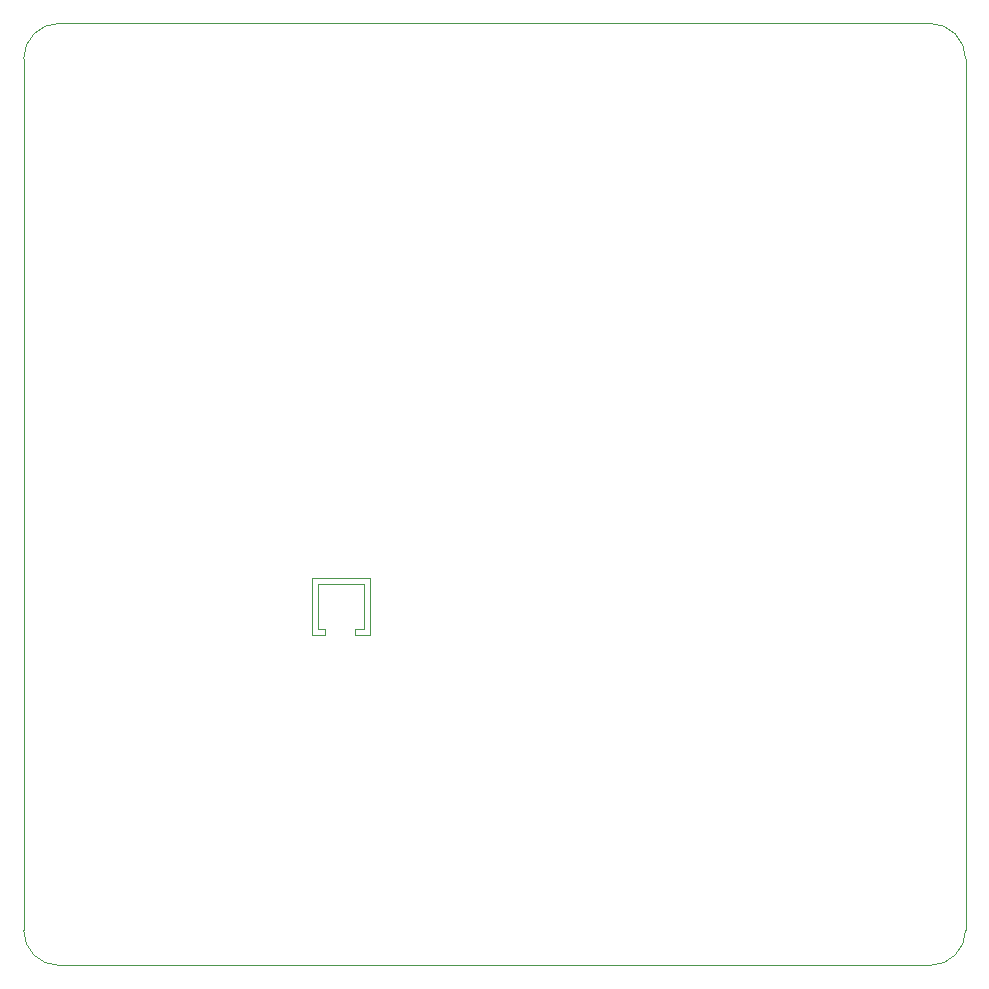
<source format=gm1>
G04*
G04 #@! TF.GenerationSoftware,Altium Limited,Altium Designer,23.6.0 (18)*
G04*
G04 Layer_Color=16711935*
%FSLAX25Y25*%
%MOIN*%
G70*
G04*
G04 #@! TF.SameCoordinates,9EB9F688-6EA2-4756-8BD5-BABC090EB3C1*
G04*
G04*
G04 #@! TF.FilePolarity,Positive*
G04*
G01*
G75*
%ADD93C,0.00000*%
D93*
X151500Y143811D02*
G03*
X163311Y132000I11811J0D01*
G01*
X453689D02*
G03*
X465500Y143811I0J11811D01*
G01*
Y434189D02*
G03*
X453689Y446000I-11811J0D01*
G01*
X163311D02*
G03*
X151500Y434189I0J-11811D01*
G01*
X252000Y242000D02*
Y244000D01*
X249500D02*
X252000D01*
X249500D02*
Y259000D01*
X265000D01*
Y244000D02*
Y259000D01*
X262000Y244000D02*
X265000D01*
X262000Y242000D02*
Y244000D01*
Y242000D02*
X267000D01*
Y261000D01*
X247500D02*
X267000D01*
X247500Y242000D02*
Y261000D01*
Y242000D02*
X252000D01*
X163311Y132000D02*
X453689D01*
X465500Y143811D02*
Y434189D01*
X163311Y446000D02*
X453689D01*
X151500Y143811D02*
Y434189D01*
M02*

</source>
